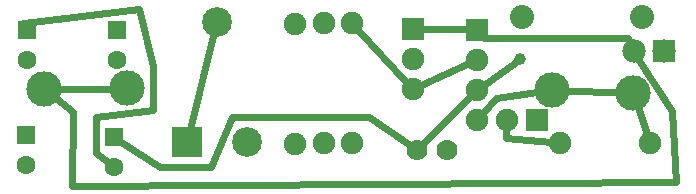
<source format=gtl>
G04 MADE WITH FRITZING*
G04 WWW.FRITZING.ORG*
G04 DOUBLE SIDED*
G04 HOLES PLATED*
G04 CONTOUR ON CENTER OF CONTOUR VECTOR*
%ASAXBY*%
%FSLAX23Y23*%
%MOIN*%
%OFA0B0*%
%SFA1.0B1.0*%
%ADD10C,0.078000*%
%ADD11C,0.118110*%
%ADD12C,0.039370*%
%ADD13C,0.062992*%
%ADD14C,0.075000*%
%ADD15C,0.099000*%
%ADD16C,0.070000*%
%ADD17C,0.080000*%
%ADD18R,0.078000X0.078000*%
%ADD19R,0.062992X0.062992*%
%ADD20R,0.075000X0.075000*%
%ADD21R,0.099000X0.099000*%
%ADD22C,0.024000*%
%LNCOPPER1*%
G90*
G70*
G54D10*
X2265Y484D03*
X2165Y484D03*
G54D11*
X476Y360D03*
X200Y358D03*
X2163Y344D03*
X1893Y353D03*
G54D12*
X1788Y457D03*
G54D13*
X434Y196D03*
X434Y98D03*
X143Y554D03*
X143Y455D03*
G54D14*
X1643Y255D03*
X1743Y255D03*
X1843Y255D03*
X1919Y179D03*
X2219Y179D03*
G54D15*
X876Y180D03*
X676Y180D03*
X776Y580D03*
G54D14*
X1038Y173D03*
X1038Y573D03*
X1225Y178D03*
X1225Y578D03*
X1429Y358D03*
X1429Y458D03*
X1429Y558D03*
X1132Y178D03*
X1132Y578D03*
G54D16*
X1443Y155D03*
X1543Y155D03*
G54D14*
X1643Y355D03*
X1643Y455D03*
X1643Y555D03*
G54D17*
X1794Y598D03*
X2194Y598D03*
G54D13*
X140Y203D03*
X140Y104D03*
X443Y554D03*
X443Y455D03*
G54D18*
X2265Y484D03*
G54D19*
X434Y196D03*
X143Y554D03*
G54D20*
X1843Y255D03*
G54D21*
X676Y180D03*
G54D20*
X1429Y558D03*
X1643Y555D03*
G54D19*
X140Y203D03*
X443Y554D03*
G54D22*
X2112Y346D02*
X1944Y352D01*
D02*
X298Y282D02*
X240Y327D01*
D02*
X292Y35D02*
X298Y282D01*
D02*
X2307Y49D02*
X292Y35D01*
D02*
X2292Y284D02*
X2307Y49D01*
D02*
X2181Y459D02*
X2292Y284D01*
D02*
X426Y359D02*
X251Y358D01*
D02*
X2210Y206D02*
X2179Y297D01*
D02*
X1707Y328D02*
X1843Y347D01*
D02*
X1662Y277D02*
X1707Y328D01*
D02*
X684Y210D02*
X768Y549D01*
D02*
X1410Y379D02*
X1244Y557D01*
D02*
X1891Y181D02*
X1740Y193D01*
D02*
X1617Y443D02*
X1455Y370D01*
D02*
X372Y265D02*
X564Y289D01*
D02*
X372Y145D02*
X372Y265D01*
D02*
X412Y114D02*
X372Y145D01*
D02*
X1740Y193D02*
X1741Y227D01*
D02*
X132Y577D02*
X131Y578D01*
D02*
X516Y625D02*
X132Y577D01*
D02*
X564Y433D02*
X516Y625D01*
D02*
X564Y289D02*
X564Y433D01*
D02*
X1614Y556D02*
X1458Y557D01*
D02*
X2148Y529D02*
X1668Y529D01*
D02*
X2154Y512D02*
X2148Y529D01*
D02*
X1668Y529D02*
X1662Y535D01*
D02*
X1461Y174D02*
X1622Y335D01*
D02*
X1772Y446D02*
X1666Y372D01*
D02*
X456Y181D02*
X588Y97D01*
D02*
X756Y97D02*
X828Y265D01*
D02*
X588Y97D02*
X756Y97D01*
D02*
X1284Y265D02*
X1421Y170D01*
D02*
X828Y265D02*
X1284Y265D01*
G04 End of Copper1*
M02*
</source>
